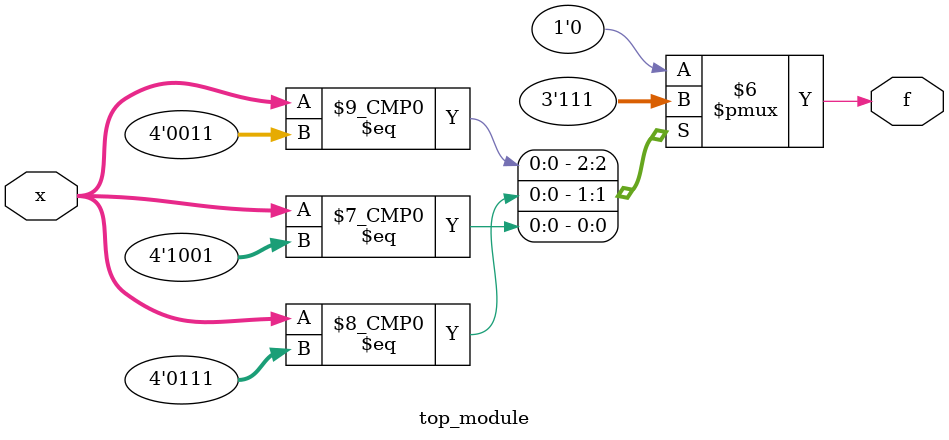
<source format=sv>
module top_module (
    input [4:1] x,
    output logic f
);

always_comb begin
    case ({x[4], x[3], x[2], x[1]})
        4'b0001: f = 0;
        4'b0011: f = 1;
        4'b0111: f = 1;
        4'b1001: f = 1;
        4'b1011: f = 0;
        4'b1101: f = 0;
        4'b1111: f = 0;
        default: f = 0; // Don't-care case
    endcase
end

endmodule

</source>
